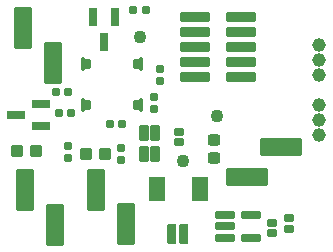
<source format=gbr>
%TF.GenerationSoftware,KiCad,Pcbnew,8.0.4+dfsg-1*%
%TF.CreationDate,2025-01-09T10:04:30-05:00*%
%TF.ProjectId,tag,7461672e-6b69-4636-9164-5f7063625858,1*%
%TF.SameCoordinates,Original*%
%TF.FileFunction,Soldermask,Top*%
%TF.FilePolarity,Negative*%
%FSLAX46Y46*%
G04 Gerber Fmt 4.6, Leading zero omitted, Abs format (unit mm)*
G04 Created by KiCad (PCBNEW 8.0.4+dfsg-1) date 2025-01-09 10:04:30*
%MOMM*%
%LPD*%
G01*
G04 APERTURE LIST*
G04 Aperture macros list*
%AMRoundRect*
0 Rectangle with rounded corners*
0 $1 Rounding radius*
0 $2 $3 $4 $5 $6 $7 $8 $9 X,Y pos of 4 corners*
0 Add a 4 corners polygon primitive as box body*
4,1,4,$2,$3,$4,$5,$6,$7,$8,$9,$2,$3,0*
0 Add four circle primitives for the rounded corners*
1,1,$1+$1,$2,$3*
1,1,$1+$1,$4,$5*
1,1,$1+$1,$6,$7*
1,1,$1+$1,$8,$9*
0 Add four rect primitives between the rounded corners*
20,1,$1+$1,$2,$3,$4,$5,0*
20,1,$1+$1,$4,$5,$6,$7,0*
20,1,$1+$1,$6,$7,$8,$9,0*
20,1,$1+$1,$8,$9,$2,$3,0*%
G04 Aperture macros list end*
%ADD10C,1.101600*%
%ADD11RoundRect,0.102000X-0.300000X0.270000X-0.300000X-0.270000X0.300000X-0.270000X0.300000X0.270000X0*%
%ADD12RoundRect,0.160400X0.160400X0.210400X-0.160400X0.210400X-0.160400X-0.210400X0.160400X-0.210400X0*%
%ADD13RoundRect,0.050800X-0.330200X-0.774700X0.330200X-0.774700X0.330200X0.774700X-0.330200X0.774700X0*%
%ADD14RoundRect,0.050800X-0.647700X-0.952500X0.647700X-0.952500X0.647700X0.952500X-0.647700X0.952500X0*%
%ADD15RoundRect,0.160400X-0.160400X-0.210400X0.160400X-0.210400X0.160400X0.210400X-0.160400X0.210400X0*%
%ADD16RoundRect,0.050800X1.200000X0.370000X-1.200000X0.370000X-1.200000X-0.370000X1.200000X-0.370000X0*%
%ADD17RoundRect,0.102000X0.635000X1.715000X-0.635000X1.715000X-0.635000X-1.715000X0.635000X-1.715000X0*%
%ADD18C,1.165600*%
%ADD19RoundRect,0.070000X-0.300000X0.650000X-0.300000X-0.650000X0.300000X-0.650000X0.300000X0.650000X0*%
%ADD20RoundRect,0.102000X0.300000X-0.270000X0.300000X0.270000X-0.300000X0.270000X-0.300000X-0.270000X0*%
%ADD21RoundRect,0.102000X-1.715000X0.635000X-1.715000X-0.635000X1.715000X-0.635000X1.715000X0.635000X0*%
%ADD22RoundRect,0.102000X-0.300000X0.600000X-0.300000X-0.600000X0.300000X-0.600000X0.300000X0.600000X0*%
%ADD23RoundRect,0.102000X0.400000X0.400000X-0.400000X0.400000X-0.400000X-0.400000X0.400000X-0.400000X0*%
%ADD24RoundRect,0.160400X0.210400X-0.160400X0.210400X0.160400X-0.210400X0.160400X-0.210400X-0.160400X0*%
%ADD25RoundRect,0.160400X-0.210400X0.160400X-0.210400X-0.160400X0.210400X-0.160400X0.210400X0.160400X0*%
%ADD26RoundRect,0.050800X-0.100000X-0.550000X0.100000X-0.550000X0.100000X0.550000X-0.100000X0.550000X0*%
%ADD27RoundRect,0.050800X-0.250000X-0.350000X0.250000X-0.350000X0.250000X0.350000X-0.250000X0.350000X0*%
%ADD28RoundRect,0.102000X-0.635000X-1.715000X0.635000X-1.715000X0.635000X1.715000X-0.635000X1.715000X0*%
%ADD29RoundRect,0.250400X-0.275400X0.250400X-0.275400X-0.250400X0.275400X-0.250400X0.275400X0.250400X0*%
%ADD30RoundRect,0.070000X0.650000X0.300000X-0.650000X0.300000X-0.650000X-0.300000X0.650000X-0.300000X0*%
%ADD31RoundRect,0.050800X-0.787400X-0.279400X0.787400X-0.279400X0.787400X0.279400X-0.787400X0.279400X0*%
G04 APERTURE END LIST*
D10*
%TO.C,TP1*%
X75210000Y-36020000D03*
%TD*%
D11*
%TO.C,C4*%
X72060000Y-37378000D03*
X72060000Y-38242000D03*
%TD*%
D12*
%TO.C,R2*%
X62630000Y-34000000D03*
X61610000Y-34000000D03*
%TD*%
D13*
%TO.C,J1*%
X72460000Y-46045001D03*
X71460002Y-46045001D03*
D14*
X70160002Y-42170000D03*
X73760000Y-42170000D03*
%TD*%
D15*
%TO.C,R4*%
X61860000Y-35780000D03*
X62880000Y-35780000D03*
%TD*%
D16*
%TO.C,J3*%
X77280000Y-32740000D03*
X73380000Y-32740000D03*
X77280000Y-31470000D03*
X73380000Y-31470000D03*
X77280000Y-30200000D03*
X73380000Y-30200000D03*
X77280000Y-28930000D03*
X73380000Y-28930000D03*
X77280000Y-27660000D03*
X73380000Y-27660000D03*
%TD*%
D17*
%TO.C,J6*%
X64960000Y-42270000D03*
X67500000Y-45190000D03*
%TD*%
D18*
%TO.C,REF\u002A\u002A*%
X83840000Y-37670000D03*
X83840000Y-36400000D03*
X83840000Y-35130000D03*
X83840000Y-32590000D03*
X83840000Y-31320000D03*
X83840000Y-30050000D03*
%TD*%
D19*
%TO.C,Q1*%
X66600000Y-27660000D03*
X64700000Y-27660000D03*
X65650000Y-29760000D03*
%TD*%
D20*
%TO.C,C1*%
X81310000Y-45552000D03*
X81310000Y-44688000D03*
%TD*%
D21*
%TO.C,J4*%
X77750000Y-41210000D03*
X80670000Y-38670000D03*
%TD*%
D22*
%TO.C,D1*%
X69995000Y-39260000D03*
X69995000Y-37460000D03*
X69045000Y-37460000D03*
X69045000Y-39260000D03*
%TD*%
D23*
%TO.C,D2*%
X65780000Y-39260000D03*
X64180000Y-39260000D03*
%TD*%
D15*
%TO.C,R1*%
X68170000Y-27080000D03*
X69190000Y-27080000D03*
%TD*%
D24*
%TO.C,R8*%
X62650000Y-39600000D03*
X62650000Y-38580000D03*
%TD*%
D25*
%TO.C,R3*%
X70380000Y-32040000D03*
X70380000Y-33060000D03*
%TD*%
D23*
%TO.C,D3*%
X59920000Y-39000000D03*
X58320000Y-39000000D03*
%TD*%
D26*
%TO.C,S1*%
X63890000Y-31630000D03*
D27*
X64240000Y-31630000D03*
X68490000Y-31630000D03*
D26*
X68840000Y-31630000D03*
X63890000Y-35130000D03*
D27*
X64240000Y-35130000D03*
X68490000Y-35130000D03*
D26*
X68840000Y-35130000D03*
%TD*%
D10*
%TO.C,TP3*%
X68680000Y-29310000D03*
%TD*%
%TO.C,TP2*%
X72380000Y-39820000D03*
%TD*%
D12*
%TO.C,R5*%
X67200000Y-36710000D03*
X66180000Y-36710000D03*
%TD*%
D24*
%TO.C,R6*%
X69920000Y-35430000D03*
X69920000Y-34410000D03*
%TD*%
D17*
%TO.C,J5*%
X58840000Y-28610000D03*
X61380000Y-31530000D03*
%TD*%
D28*
%TO.C,J7*%
X61530000Y-45210000D03*
X58990000Y-42290000D03*
%TD*%
D29*
%TO.C,C3*%
X74950000Y-38045000D03*
X74950000Y-39595000D03*
%TD*%
D30*
%TO.C,Q2*%
X60360000Y-36900000D03*
X60360000Y-35000000D03*
X58260000Y-35950000D03*
%TD*%
D24*
%TO.C,R7*%
X67150000Y-39710000D03*
X67150000Y-38690000D03*
%TD*%
D31*
%TO.C,U2*%
X75915600Y-44410000D03*
X75915600Y-45360001D03*
X75915600Y-46310002D03*
X78100000Y-46310002D03*
X78100000Y-44410000D03*
%TD*%
D20*
%TO.C,C2*%
X79900000Y-45940000D03*
X79900000Y-45076000D03*
%TD*%
M02*

</source>
